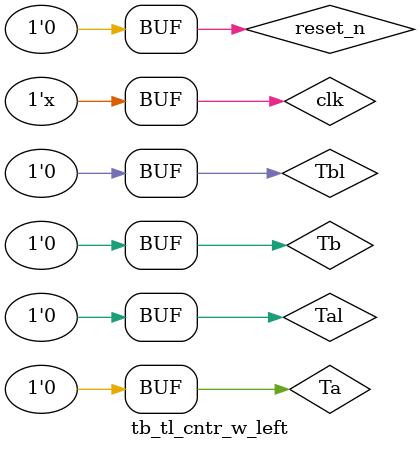
<source format=v>
`timescale 1ns/100ps

module tb_tl_cntr_w_left;

   reg clk,reset_n,Ta,Tb,Tal,Tbl; // 1bit reg
   wire [1:0]La,Lb;            //2 bit wire
   
   tl_cntr_w_left test_tl_cntr_w_left (clk,reset_n,Ta,Tb,Tal,Tbl,La,Lb);      //test module, use tb_tl_cntr_w_left_struct
   
   //make clock
   always begin
		#10; clk=~clk;
   end
   
   initial begin // start verification
      // reset_n is 0, and init all inputs
      clk=0; reset_n=0; Ta=0; Tb=0; Tal=0; Tbl=0;
      
      // reset_n is 1
      #20; reset_n=1;
      #20; Ta=1; 
      #20; Ta=0; Tal=1; 
      #20; Tal=0; Tb=1;
      #20; Tb=0; Tbl=1;
      #20; Tbl=0;
      
      //reset_n is 0
      #30; reset_n=0;
      
end
endmodule

</source>
